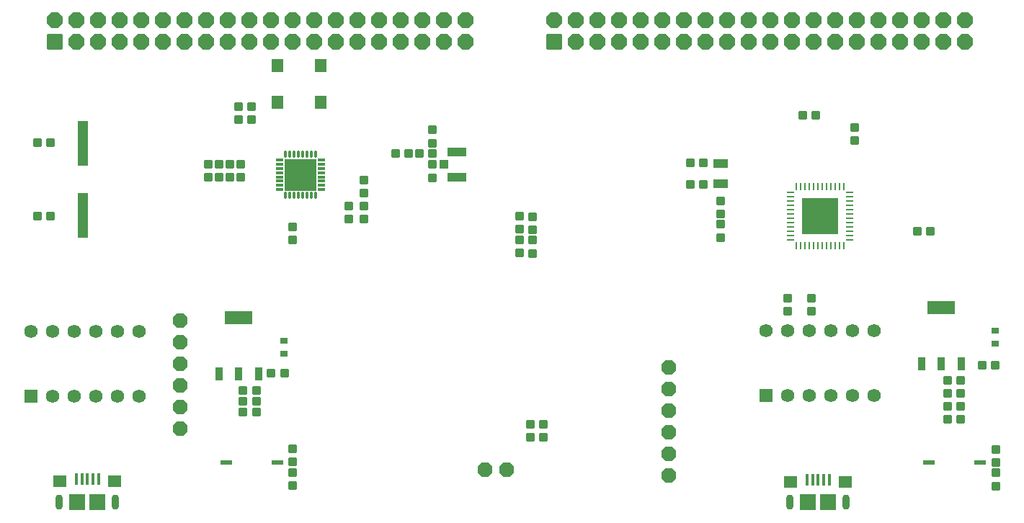
<source format=gbr>
%TF.GenerationSoftware,KiCad,Pcbnew,(7.0.0-0)*%
%TF.CreationDate,2023-04-08T13:25:50-06:00*%
%TF.ProjectId,Custom-Microcontroller-Project,43757374-6f6d-42d4-9d69-63726f636f6e,1*%
%TF.SameCoordinates,Original*%
%TF.FileFunction,Soldermask,Top*%
%TF.FilePolarity,Negative*%
%FSLAX46Y46*%
G04 Gerber Fmt 4.6, Leading zero omitted, Abs format (unit mm)*
G04 Created by KiCad (PCBNEW (7.0.0-0)) date 2023-04-08 13:25:50*
%MOMM*%
%LPD*%
G01*
G04 APERTURE LIST*
G04 Aperture macros list*
%AMRoundRect*
0 Rectangle with rounded corners*
0 $1 Rounding radius*
0 $2 $3 $4 $5 $6 $7 $8 $9 X,Y pos of 4 corners*
0 Add a 4 corners polygon primitive as box body*
4,1,4,$2,$3,$4,$5,$6,$7,$8,$9,$2,$3,0*
0 Add four circle primitives for the rounded corners*
1,1,$1+$1,$2,$3*
1,1,$1+$1,$4,$5*
1,1,$1+$1,$6,$7*
1,1,$1+$1,$8,$9*
0 Add four rect primitives between the rounded corners*
20,1,$1+$1,$2,$3,$4,$5,0*
20,1,$1+$1,$4,$5,$6,$7,0*
20,1,$1+$1,$6,$7,$8,$9,0*
20,1,$1+$1,$8,$9,$2,$3,0*%
%AMFreePoly0*
4,1,25,0.354512,0.855866,0.387473,0.833842,0.833842,0.387473,0.855866,0.354512,0.863600,0.315631,0.863600,-0.315631,0.855866,-0.354512,0.833842,-0.387473,0.387473,-0.833842,0.354512,-0.855866,0.315631,-0.863600,-0.315631,-0.863600,-0.354512,-0.855866,-0.387473,-0.833842,-0.833842,-0.387473,-0.855866,-0.354512,-0.863600,-0.315631,-0.863600,0.315631,-0.855866,0.354512,-0.833842,0.387473,
-0.387473,0.833842,-0.354512,0.855866,-0.315631,0.863600,0.315631,0.863600,0.354512,0.855866,0.354512,0.855866,$1*%
%AMFreePoly1*
4,1,25,0.374394,0.903866,0.407355,0.881842,0.881842,0.407355,0.903866,0.374394,0.911600,0.335513,0.911600,-0.335513,0.903866,-0.374394,0.881842,-0.407355,0.407355,-0.881842,0.374394,-0.903866,0.335513,-0.911600,-0.335513,-0.911600,-0.374394,-0.903866,-0.407355,-0.881842,-0.881842,-0.407355,-0.903866,-0.374394,-0.911600,-0.335513,-0.911600,0.335513,-0.903866,0.374394,-0.881842,0.407355,
-0.407355,0.881842,-0.374394,0.903866,-0.335513,0.911600,0.335513,0.911600,0.374394,0.903866,0.374394,0.903866,$1*%
G04 Aperture macros list end*
%ADD10RoundRect,0.101600X0.406400X-0.381000X0.406400X0.381000X-0.406400X0.381000X-0.406400X-0.381000X0*%
%ADD11R,0.400000X1.350000*%
%ADD12R,1.600000X1.400000*%
%ADD13R,1.900000X1.900000*%
%ADD14O,0.900000X1.800000*%
%ADD15FreePoly0,180.000000*%
%ADD16RoundRect,0.101600X-0.406400X0.381000X-0.406400X-0.381000X0.406400X-0.381000X0.406400X0.381000X0*%
%ADD17FreePoly0,0.000000*%
%ADD18R,1.580000X1.580000*%
%ADD19C,1.580000*%
%ADD20RoundRect,0.101600X-0.381000X-0.406400X0.381000X-0.406400X0.381000X0.406400X-0.381000X0.406400X0*%
%ADD21R,1.700000X1.000000*%
%ADD22R,0.889000X1.625600*%
%ADD23R,3.200400X1.625600*%
%ADD24R,1.397000X0.558800*%
%ADD25R,2.200000X1.050000*%
%ADD26R,1.050000X1.000000*%
%ADD27R,1.346200X1.498600*%
%ADD28RoundRect,0.008100X-0.396900X-0.126900X0.396900X-0.126900X0.396900X0.126900X-0.396900X0.126900X0*%
%ADD29RoundRect,0.027000X-0.108000X-0.378000X0.108000X-0.378000X0.108000X0.378000X-0.108000X0.378000X0*%
%ADD30R,3.700000X3.700000*%
%ADD31R,0.812800X0.254000*%
%ADD32R,0.254000X0.812800*%
%ADD33R,4.191000X4.191000*%
%ADD34R,1.295400X5.308600*%
%ADD35RoundRect,0.101600X0.810000X-0.810000X0.810000X0.810000X-0.810000X0.810000X-0.810000X-0.810000X0*%
%ADD36FreePoly1,90.000000*%
%ADD37R,0.812800X0.800100*%
%ADD38RoundRect,0.101600X0.381000X0.406400X-0.381000X0.406400X-0.381000X-0.406400X0.381000X-0.406400X0*%
%ADD39FreePoly0,90.000000*%
G04 APERTURE END LIST*
D10*
%TO.C,R7*%
X202225699Y-117525800D03*
X202225699Y-115976400D03*
%TD*%
D11*
%TO.C,J1*%
X94203999Y-119494299D03*
X94853999Y-119494299D03*
X95503999Y-119494299D03*
X96153999Y-119494299D03*
X96803999Y-119494299D03*
D12*
X92303999Y-119719299D03*
X98703999Y-119719299D03*
D13*
X96703999Y-122169299D03*
X94303999Y-122169299D03*
D14*
X92203999Y-122169299D03*
X98803999Y-122169299D03*
%TD*%
D15*
%TO.C,J10*%
X163830000Y-108889800D03*
X163830000Y-106349800D03*
%TD*%
D16*
%TO.C,R5*%
X180594000Y-98209100D03*
X180594000Y-99758500D03*
%TD*%
D10*
%TO.C,C11*%
X126238000Y-88912700D03*
X126238000Y-87363300D03*
%TD*%
%TO.C,C21*%
X202225699Y-120307100D03*
X202225699Y-118757700D03*
%TD*%
D17*
%TO.C,J7*%
X106426000Y-100838000D03*
X106426000Y-103378000D03*
%TD*%
D18*
%TO.C,S1*%
X88897999Y-109786799D03*
D19*
X88898000Y-102166800D03*
X91438000Y-109786800D03*
X91438000Y-102166800D03*
X93978000Y-109786800D03*
X93978000Y-102166800D03*
X96518000Y-109786800D03*
X96518000Y-102166800D03*
X99058000Y-109786800D03*
X99058000Y-102166800D03*
X101598000Y-109786800D03*
X101598000Y-102166800D03*
%TD*%
D10*
%TO.C,L3*%
X169926000Y-88315800D03*
X169926000Y-86766400D03*
%TD*%
%TO.C,C14*%
X113538000Y-84010500D03*
X113538000Y-82461100D03*
%TD*%
D20*
%TO.C,C1*%
X113799000Y-109035850D03*
X115348400Y-109035850D03*
%TD*%
D21*
%TO.C,Y3*%
X169925999Y-84765999D03*
X169925999Y-82365999D03*
%TD*%
D18*
%TO.C,S2*%
X175259999Y-109651799D03*
D19*
X175260000Y-102031800D03*
X177800000Y-109651800D03*
X177800000Y-102031800D03*
X180340000Y-109651800D03*
X180340000Y-102031800D03*
X182880000Y-109651800D03*
X182880000Y-102031800D03*
X185420000Y-109651800D03*
X185420000Y-102031800D03*
X187960000Y-109651800D03*
X187960000Y-102031800D03*
%TD*%
D22*
%TO.C,U1*%
X110972599Y-107086399D03*
X113283999Y-107086399D03*
X115595399Y-107086399D03*
D23*
X113283999Y-100507799D03*
%TD*%
D15*
%TO.C,J9*%
X163830000Y-113969800D03*
X163830000Y-111429800D03*
%TD*%
D16*
%TO.C,R15*%
X147828000Y-91414600D03*
X147828000Y-92964000D03*
%TD*%
D10*
%TO.C,C24*%
X169926000Y-91097100D03*
X169926000Y-89547700D03*
%TD*%
%TO.C,C8*%
X114808000Y-77228700D03*
X114808000Y-75679300D03*
%TD*%
%TO.C,R2*%
X119587201Y-117483800D03*
X119587201Y-115934400D03*
%TD*%
%TO.C,C7*%
X113284000Y-77228700D03*
X113284000Y-75679300D03*
%TD*%
%TO.C,R11*%
X147574000Y-114566700D03*
X147574000Y-113017300D03*
%TD*%
D20*
%TO.C,C2*%
X113799000Y-110305850D03*
X115348400Y-110305850D03*
%TD*%
D24*
%TO.C,SW2*%
X194351698Y-117525799D03*
X200364300Y-117525799D03*
%TD*%
D16*
%TO.C,R13*%
X146304000Y-91351100D03*
X146304000Y-92900500D03*
%TD*%
D20*
%TO.C,C5*%
X89649300Y-88569800D03*
X91198700Y-88569800D03*
%TD*%
D10*
%TO.C,C6*%
X119587201Y-120277800D03*
X119587201Y-118728400D03*
%TD*%
D20*
%TO.C,C23*%
X166357300Y-82296000D03*
X167906700Y-82296000D03*
%TD*%
D10*
%TO.C,C10*%
X128016000Y-88912700D03*
X128016000Y-87363300D03*
%TD*%
D20*
%TO.C,C22*%
X166357300Y-84836000D03*
X167906700Y-84836000D03*
%TD*%
D25*
%TO.C,ANT1*%
X138937999Y-81047799D03*
D26*
X137412999Y-82522799D03*
D25*
X138937999Y-83997799D03*
%TD*%
D27*
%TO.C,Y2*%
X117855999Y-75234799D03*
X122935999Y-75234799D03*
X122935999Y-70916799D03*
X117855999Y-70916799D03*
%TD*%
D28*
%TO.C,U2*%
X118110000Y-81965800D03*
X118110000Y-82465800D03*
X118110000Y-82965800D03*
X118110000Y-83465800D03*
X118110000Y-83965800D03*
X118110000Y-84465800D03*
X118110000Y-84965800D03*
X118110000Y-85465800D03*
D29*
X118810000Y-86165800D03*
X119310000Y-86165800D03*
X119810000Y-86165800D03*
X120310000Y-86165800D03*
X120810000Y-86165800D03*
X121310000Y-86165800D03*
X121810000Y-86165800D03*
X122310000Y-86165800D03*
D28*
X123010000Y-85465800D03*
X123010000Y-84965800D03*
X123010000Y-84465800D03*
X123010000Y-83965800D03*
X123010000Y-83465800D03*
X123010000Y-82965800D03*
X123010000Y-82465800D03*
X123010000Y-81965800D03*
D29*
X122310000Y-81265800D03*
X121810000Y-81265800D03*
X121310000Y-81265800D03*
X120810000Y-81265800D03*
X120310000Y-81265800D03*
X119810000Y-81265800D03*
X119310000Y-81265800D03*
X118810000Y-81265800D03*
D30*
X120559999Y-83715799D03*
%TD*%
D31*
%TO.C,U5*%
X178130199Y-85775799D03*
X178130199Y-86283799D03*
X178130199Y-86791799D03*
X178130199Y-87299799D03*
X178130199Y-87807799D03*
X178130199Y-88315799D03*
X178130199Y-88823799D03*
X178130199Y-89331799D03*
X178130199Y-89839799D03*
X178130199Y-90347799D03*
X178130199Y-90855799D03*
X178130199Y-91363799D03*
D32*
X178815999Y-92049599D03*
X179323999Y-92049599D03*
X179831999Y-92049599D03*
X180339999Y-92049599D03*
X180847999Y-92049599D03*
X181355999Y-92049599D03*
X181863999Y-92049599D03*
X182371999Y-92049599D03*
X182879999Y-92049599D03*
X183387999Y-92049599D03*
X183895999Y-92049599D03*
X184403999Y-92049599D03*
D31*
X185089799Y-91363799D03*
X185089799Y-90855799D03*
X185089799Y-90347799D03*
X185089799Y-89839799D03*
X185089799Y-89331799D03*
X185089799Y-88823799D03*
X185089799Y-88315799D03*
X185089799Y-87807799D03*
X185089799Y-87299799D03*
X185089799Y-86791799D03*
X185089799Y-86283799D03*
X185089799Y-85775799D03*
D32*
X184403999Y-85089999D03*
X183895999Y-85089999D03*
X183387999Y-85089999D03*
X182879999Y-85089999D03*
X182371999Y-85089999D03*
X181863999Y-85089999D03*
X181355999Y-85089999D03*
X180847999Y-85089999D03*
X180339999Y-85089999D03*
X179831999Y-85089999D03*
X179323999Y-85089999D03*
X178815999Y-85089999D03*
D33*
X181609999Y-88569799D03*
%TD*%
D20*
%TO.C,C9*%
X131705000Y-81252800D03*
X133254400Y-81252800D03*
%TD*%
D34*
%TO.C,Y1*%
X94995999Y-79997299D03*
X94995999Y-88506299D03*
%TD*%
D20*
%TO.C,C17*%
X196583300Y-107925000D03*
X198132700Y-107925000D03*
%TD*%
D35*
%TO.C,J5*%
X150368000Y-68072000D03*
D36*
X152908000Y-68072000D03*
X155448000Y-68072000D03*
X157988000Y-68072000D03*
X160528000Y-68072000D03*
X163068000Y-68072000D03*
X165608000Y-68072000D03*
X168148000Y-68072000D03*
X170688000Y-68072000D03*
X173228000Y-68072000D03*
X175768000Y-68072000D03*
X178308000Y-68072000D03*
X180848000Y-68072000D03*
X183388000Y-68072000D03*
X185928000Y-68072000D03*
X188468000Y-68072000D03*
X191008000Y-68072000D03*
X193548000Y-68072000D03*
X196088000Y-68072000D03*
X198628000Y-68072000D03*
X150368000Y-65532000D03*
X152908000Y-65532000D03*
X155448000Y-65532000D03*
X157988000Y-65532000D03*
X160528000Y-65532000D03*
X163068000Y-65532000D03*
X165608000Y-65532000D03*
X168148000Y-65532000D03*
X170688000Y-65532000D03*
X173228000Y-65532000D03*
X175768000Y-65532000D03*
X178308000Y-65532000D03*
X180848000Y-65532000D03*
X183388000Y-65532000D03*
X185928000Y-65532000D03*
X188468000Y-65532000D03*
X191008000Y-65532000D03*
X193548000Y-65532000D03*
X196088000Y-65532000D03*
X198628000Y-65532000D03*
%TD*%
D10*
%TO.C,C16*%
X109728000Y-84010500D03*
X109728000Y-82461100D03*
%TD*%
D37*
%TO.C,D1*%
X118637699Y-103200199D03*
X118637699Y-104711499D03*
%TD*%
D10*
%TO.C,C13*%
X119634000Y-91389200D03*
X119634000Y-89839800D03*
%TD*%
D38*
%TO.C,C25*%
X181114700Y-76708000D03*
X179565300Y-76708000D03*
%TD*%
D20*
%TO.C,R9*%
X193027300Y-90347800D03*
X194576700Y-90347800D03*
%TD*%
D10*
%TO.C,R12*%
X149098000Y-114566700D03*
X149098000Y-113017300D03*
%TD*%
%TO.C,L2*%
X112268000Y-84010500D03*
X112268000Y-82461100D03*
%TD*%
D20*
%TO.C,C19*%
X196583300Y-110921800D03*
X198132700Y-110921800D03*
%TD*%
D17*
%TO.C,J12*%
X106426000Y-110998000D03*
X106426000Y-113538000D03*
%TD*%
%TO.C,J11*%
X106426000Y-105918000D03*
X106426000Y-108458000D03*
%TD*%
D35*
%TO.C,J2*%
X91694000Y-68072000D03*
D36*
X94234000Y-68072000D03*
X96774000Y-68072000D03*
X99314000Y-68072000D03*
X101854000Y-68072000D03*
X104394000Y-68072000D03*
X106934000Y-68072000D03*
X109474000Y-68072000D03*
X112014000Y-68072000D03*
X114554000Y-68072000D03*
X117094000Y-68072000D03*
X119634000Y-68072000D03*
X122174000Y-68072000D03*
X124714000Y-68072000D03*
X127254000Y-68072000D03*
X129794000Y-68072000D03*
X132334000Y-68072000D03*
X134874000Y-68072000D03*
X137414000Y-68072000D03*
X139954000Y-68072000D03*
X91694000Y-65532000D03*
X94234000Y-65532000D03*
X96774000Y-65532000D03*
X99314000Y-65532000D03*
X101854000Y-65532000D03*
X104394000Y-65532000D03*
X106934000Y-65532000D03*
X109474000Y-65532000D03*
X112014000Y-65532000D03*
X114554000Y-65532000D03*
X117094000Y-65532000D03*
X119634000Y-65532000D03*
X122174000Y-65532000D03*
X124714000Y-65532000D03*
X127254000Y-65532000D03*
X129794000Y-65532000D03*
X132334000Y-65532000D03*
X134874000Y-65532000D03*
X137414000Y-65532000D03*
X139954000Y-65532000D03*
%TD*%
D20*
%TO.C,C20*%
X196583300Y-112445800D03*
X198132700Y-112445800D03*
%TD*%
D24*
%TO.C,SW1*%
X111801698Y-117525799D03*
X117814300Y-117525799D03*
%TD*%
D20*
%TO.C,L1*%
X134486300Y-81252800D03*
X136035700Y-81252800D03*
%TD*%
%TO.C,C3*%
X113799000Y-111575850D03*
X115348400Y-111575850D03*
%TD*%
%TO.C,C18*%
X196583300Y-109397800D03*
X198132700Y-109397800D03*
%TD*%
%TO.C,C4*%
X89649300Y-79933800D03*
X91198700Y-79933800D03*
%TD*%
D37*
%TO.C,D2*%
X202183999Y-102038149D03*
X202183999Y-103549449D03*
%TD*%
D16*
%TO.C,R14*%
X146304000Y-88569800D03*
X146304000Y-90119200D03*
%TD*%
D22*
%TO.C,U3*%
X193522599Y-105905299D03*
X195833999Y-105905299D03*
X198145399Y-105905299D03*
D23*
X195833999Y-99326699D03*
%TD*%
D38*
%TO.C,R1*%
X118650400Y-107003850D03*
X117101000Y-107003850D03*
%TD*%
D10*
%TO.C,C15*%
X110998000Y-84010500D03*
X110998000Y-82461100D03*
%TD*%
%TO.C,R10*%
X136023000Y-84059500D03*
X136023000Y-82510100D03*
%TD*%
D16*
%TO.C,R16*%
X147828000Y-88633300D03*
X147828000Y-90182700D03*
%TD*%
D10*
%TO.C,R8*%
X185674000Y-79692500D03*
X185674000Y-78143100D03*
%TD*%
D15*
%TO.C,J4*%
X163830000Y-119049800D03*
X163830000Y-116509800D03*
%TD*%
D16*
%TO.C,R3*%
X128016000Y-84315300D03*
X128016000Y-85864700D03*
%TD*%
D11*
%TO.C,J3*%
X180055999Y-119557799D03*
X180705999Y-119557799D03*
X181355999Y-119557799D03*
X182005999Y-119557799D03*
X182655999Y-119557799D03*
D12*
X178155999Y-119782799D03*
X184555999Y-119782799D03*
D13*
X182555999Y-122232799D03*
X180155999Y-122232799D03*
D14*
X178055999Y-122232799D03*
X184655999Y-122232799D03*
%TD*%
D38*
%TO.C,R4*%
X202196700Y-106095800D03*
X200647300Y-106095800D03*
%TD*%
D16*
%TO.C,C12*%
X136023000Y-78446100D03*
X136023000Y-79995500D03*
%TD*%
D39*
%TO.C,J6*%
X142240000Y-118364000D03*
X144780000Y-118364000D03*
%TD*%
D16*
%TO.C,R6*%
X177800000Y-98221800D03*
X177800000Y-99771200D03*
%TD*%
M02*

</source>
